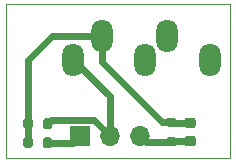
<source format=gbr>
%TF.GenerationSoftware,KiCad,Pcbnew,(5.1.8-0-10_14)*%
%TF.CreationDate,2020-11-19T18:25:59+01:00*%
%TF.ProjectId,AC_Current_Transformer,41435f43-7572-4726-956e-745f5472616e,rev?*%
%TF.SameCoordinates,Original*%
%TF.FileFunction,Copper,L1,Top*%
%TF.FilePolarity,Positive*%
%FSLAX46Y46*%
G04 Gerber Fmt 4.6, Leading zero omitted, Abs format (unit mm)*
G04 Created by KiCad (PCBNEW (5.1.8-0-10_14)) date 2020-11-19 18:25:59*
%MOMM*%
%LPD*%
G01*
G04 APERTURE LIST*
%TA.AperFunction,Profile*%
%ADD10C,0.050000*%
%TD*%
%TA.AperFunction,ComponentPad*%
%ADD11O,1.700000X1.700000*%
%TD*%
%TA.AperFunction,ComponentPad*%
%ADD12R,1.700000X1.700000*%
%TD*%
%TA.AperFunction,ComponentPad*%
%ADD13O,1.800000X2.800000*%
%TD*%
%TA.AperFunction,Conductor*%
%ADD14C,0.600000*%
%TD*%
G04 APERTURE END LIST*
D10*
X110600000Y-98100000D02*
X110600000Y-111100000D01*
X129600000Y-98100000D02*
X110600000Y-98100000D01*
X129600000Y-111100000D02*
X129600000Y-98100000D01*
X110600000Y-111100000D02*
X129600000Y-111100000D01*
D11*
%TO.P,J102,3*%
%TO.N,GND*%
X121920000Y-109220000D03*
%TO.P,J102,2*%
%TO.N,Net-(J101-PadS)*%
X119380000Y-109220000D03*
D12*
%TO.P,J102,1*%
%TO.N,+3V3*%
X116840000Y-109220000D03*
%TD*%
%TO.P,R103,2*%
%TO.N,GND*%
%TA.AperFunction,SMDPad,CuDef*%
G36*
G01*
X124325000Y-109325000D02*
X124875000Y-109325000D01*
G75*
G02*
X125075000Y-109525000I0J-200000D01*
G01*
X125075000Y-109925000D01*
G75*
G02*
X124875000Y-110125000I-200000J0D01*
G01*
X124325000Y-110125000D01*
G75*
G02*
X124125000Y-109925000I0J200000D01*
G01*
X124125000Y-109525000D01*
G75*
G02*
X124325000Y-109325000I200000J0D01*
G01*
G37*
%TD.AperFunction*%
%TO.P,R103,1*%
%TO.N,Net-(C101-Pad1)*%
%TA.AperFunction,SMDPad,CuDef*%
G36*
G01*
X124325000Y-107675000D02*
X124875000Y-107675000D01*
G75*
G02*
X125075000Y-107875000I0J-200000D01*
G01*
X125075000Y-108275000D01*
G75*
G02*
X124875000Y-108475000I-200000J0D01*
G01*
X124325000Y-108475000D01*
G75*
G02*
X124125000Y-108275000I0J200000D01*
G01*
X124125000Y-107875000D01*
G75*
G02*
X124325000Y-107675000I200000J0D01*
G01*
G37*
%TD.AperFunction*%
%TD*%
%TO.P,R102,2*%
%TO.N,Net-(C101-Pad1)*%
%TA.AperFunction,SMDPad,CuDef*%
G36*
G01*
X112875000Y-109525000D02*
X112875000Y-110075000D01*
G75*
G02*
X112675000Y-110275000I-200000J0D01*
G01*
X112275000Y-110275000D01*
G75*
G02*
X112075000Y-110075000I0J200000D01*
G01*
X112075000Y-109525000D01*
G75*
G02*
X112275000Y-109325000I200000J0D01*
G01*
X112675000Y-109325000D01*
G75*
G02*
X112875000Y-109525000I0J-200000D01*
G01*
G37*
%TD.AperFunction*%
%TO.P,R102,1*%
%TO.N,+3V3*%
%TA.AperFunction,SMDPad,CuDef*%
G36*
G01*
X114525000Y-109525000D02*
X114525000Y-110075000D01*
G75*
G02*
X114325000Y-110275000I-200000J0D01*
G01*
X113925000Y-110275000D01*
G75*
G02*
X113725000Y-110075000I0J200000D01*
G01*
X113725000Y-109525000D01*
G75*
G02*
X113925000Y-109325000I200000J0D01*
G01*
X114325000Y-109325000D01*
G75*
G02*
X114525000Y-109525000I0J-200000D01*
G01*
G37*
%TD.AperFunction*%
%TD*%
%TO.P,R101,2*%
%TO.N,Net-(C101-Pad1)*%
%TA.AperFunction,SMDPad,CuDef*%
G36*
G01*
X112875000Y-107925000D02*
X112875000Y-108475000D01*
G75*
G02*
X112675000Y-108675000I-200000J0D01*
G01*
X112275000Y-108675000D01*
G75*
G02*
X112075000Y-108475000I0J200000D01*
G01*
X112075000Y-107925000D01*
G75*
G02*
X112275000Y-107725000I200000J0D01*
G01*
X112675000Y-107725000D01*
G75*
G02*
X112875000Y-107925000I0J-200000D01*
G01*
G37*
%TD.AperFunction*%
%TO.P,R101,1*%
%TO.N,Net-(J101-PadS)*%
%TA.AperFunction,SMDPad,CuDef*%
G36*
G01*
X114525000Y-107925000D02*
X114525000Y-108475000D01*
G75*
G02*
X114325000Y-108675000I-200000J0D01*
G01*
X113925000Y-108675000D01*
G75*
G02*
X113725000Y-108475000I0J200000D01*
G01*
X113725000Y-107925000D01*
G75*
G02*
X113925000Y-107725000I200000J0D01*
G01*
X114325000Y-107725000D01*
G75*
G02*
X114525000Y-107925000I0J-200000D01*
G01*
G37*
%TD.AperFunction*%
%TD*%
D13*
%TO.P,J101,RN*%
%TO.N,N/C*%
X122400000Y-102800000D03*
%TO.P,J101,TN*%
X127900000Y-102800000D03*
%TO.P,J101,R*%
X124200000Y-100800000D03*
%TO.P,J101,T*%
%TO.N,Net-(C101-Pad1)*%
X118700000Y-100800000D03*
%TO.P,J101,S*%
%TO.N,Net-(J101-PadS)*%
X116300000Y-102800000D03*
%TD*%
%TO.P,C101,2*%
%TO.N,GND*%
%TA.AperFunction,SMDPad,CuDef*%
G36*
G01*
X125950000Y-109225000D02*
X126450000Y-109225000D01*
G75*
G02*
X126675000Y-109450000I0J-225000D01*
G01*
X126675000Y-109900000D01*
G75*
G02*
X126450000Y-110125000I-225000J0D01*
G01*
X125950000Y-110125000D01*
G75*
G02*
X125725000Y-109900000I0J225000D01*
G01*
X125725000Y-109450000D01*
G75*
G02*
X125950000Y-109225000I225000J0D01*
G01*
G37*
%TD.AperFunction*%
%TO.P,C101,1*%
%TO.N,Net-(C101-Pad1)*%
%TA.AperFunction,SMDPad,CuDef*%
G36*
G01*
X125950000Y-107675000D02*
X126450000Y-107675000D01*
G75*
G02*
X126675000Y-107900000I0J-225000D01*
G01*
X126675000Y-108350000D01*
G75*
G02*
X126450000Y-108575000I-225000J0D01*
G01*
X125950000Y-108575000D01*
G75*
G02*
X125725000Y-108350000I0J225000D01*
G01*
X125725000Y-107900000D01*
G75*
G02*
X125950000Y-107675000I225000J0D01*
G01*
G37*
%TD.AperFunction*%
%TD*%
D14*
%TO.N,GND*%
X124650000Y-109675000D02*
X124600000Y-109725000D01*
X126200000Y-109675000D02*
X124650000Y-109675000D01*
X122425000Y-109725000D02*
X121920000Y-109220000D01*
X124600000Y-109725000D02*
X122425000Y-109725000D01*
%TO.N,Net-(C101-Pad1)*%
X124650000Y-108125000D02*
X124600000Y-108075000D01*
X126200000Y-108125000D02*
X124650000Y-108125000D01*
X124600000Y-108075000D02*
X123775000Y-108075000D01*
X118700000Y-103000000D02*
X118700000Y-100800000D01*
X123775000Y-108075000D02*
X118700000Y-103000000D01*
X112475000Y-109800000D02*
X112475000Y-108200000D01*
X112475000Y-108200000D02*
X112475000Y-102825000D01*
X114500000Y-100800000D02*
X118700000Y-100800000D01*
X112475000Y-102825000D02*
X114500000Y-100800000D01*
%TO.N,Net-(J101-PadS)*%
X114455001Y-107869999D02*
X118029999Y-107869999D01*
X118029999Y-107869999D02*
X119380000Y-109220000D01*
X114125000Y-108200000D02*
X114455001Y-107869999D01*
X119380000Y-105880000D02*
X116300000Y-102800000D01*
X119380000Y-109220000D02*
X119380000Y-105880000D01*
%TO.N,+3V3*%
X116260000Y-109800000D02*
X116840000Y-109220000D01*
X114125000Y-109800000D02*
X116260000Y-109800000D01*
%TD*%
M02*

</source>
